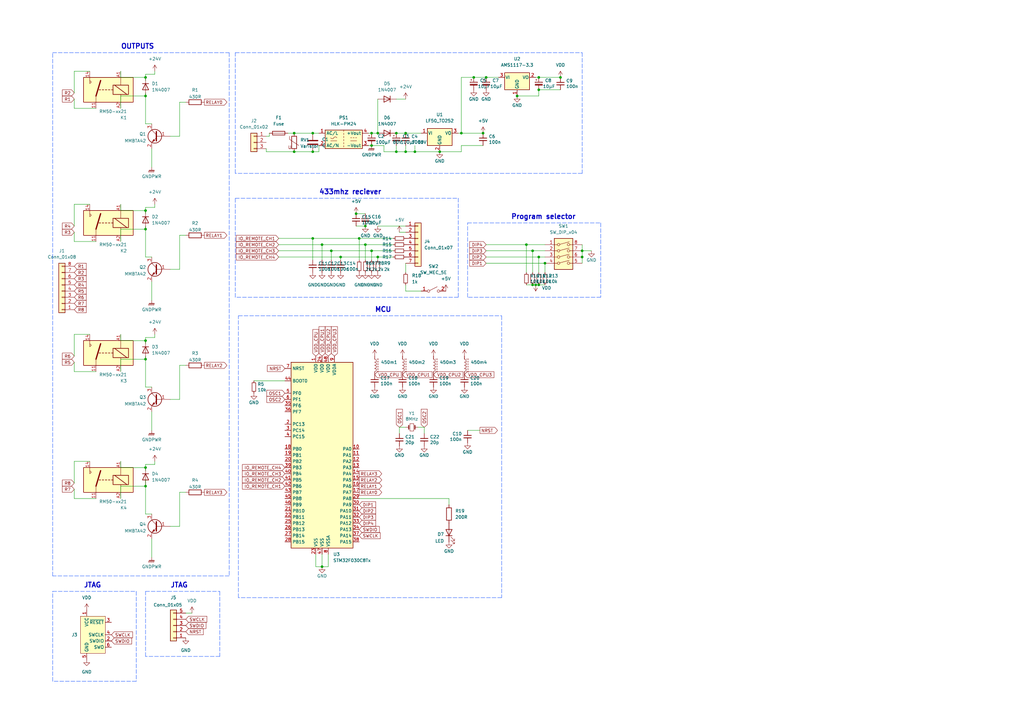
<source format=kicad_sch>
(kicad_sch (version 20211123) (generator eeschema)
  (paper "A3")
  (junction (at 162.56 62.23))
  (junction (at 170.18 62.23))
  (junction (at 162.56 54.61))
  (junction (at 128.27 62.23))
  (junction (at 59.69 86.36))
  (junction (at 180.34 62.23))
  (junction (at 149.86 100.33))
  (junction (at 59.69 31.75))
  (junction (at 59.69 139.7))
  (junction (at 229.87 31.75))
  (junction (at 220.98 36.83))
  (junction (at 238.76 105.41))
  (junction (at 189.23 54.61))
  (junction (at 128.27 54.61))
  (junction (at 166.37 54.61))
  (junction (at 139.7 105.41))
  (junction (at 59.69 93.98))
  (junction (at 120.65 54.61))
  (junction (at 132.08 100.33))
  (junction (at 152.4 102.87))
  (junction (at 120.65 62.23))
  (junction (at 194.31 31.75))
  (junction (at 220.98 31.75))
  (junction (at 135.89 102.87))
  (junction (at 215.9 100.33))
  (junction (at 132.08 232.41))
  (junction (at 154.94 54.61))
  (junction (at 152.4 54.61))
  (junction (at 59.69 147.32))
  (junction (at 220.98 105.41))
  (junction (at 220.98 116.84))
  (junction (at 59.69 199.39))
  (junction (at 149.86 92.71))
  (junction (at 218.44 102.87))
  (junction (at 198.12 54.61))
  (junction (at 223.52 107.95))
  (junction (at 146.05 87.63))
  (junction (at 59.69 39.37))
  (junction (at 154.94 105.41))
  (junction (at 59.69 191.77))
  (junction (at 152.4 59.69))
  (junction (at 128.27 97.79))
  (junction (at 147.32 97.79))
  (junction (at 219.71 116.84))
  (junction (at 199.39 31.75))
  (junction (at 238.76 102.87))
  (junction (at 212.09 39.37))
  (junction (at 166.37 62.23))
  (junction (at 218.44 116.84))
  (wire (pts (xy 59.69 242.57) (xy 90.17 242.57)) (stroke (width 0) (type dash) (color 0 66 255 1)))
  (wire (pts (xy 62.23 158.75) (xy 59.69 158.75)))
  (wire (pts (xy 30.48 189.23) (xy 30.48 198.12)))
  (wire (pts (xy 62.23 105.41) (xy 59.69 105.41)))
  (wire (pts (xy 132.08 100.33) (xy 149.86 100.33)))
  (wire (pts (xy 21.59 242.57) (xy 55.88 242.57)) (stroke (width 0) (type dash) (color 0 66 255 1)))
  (wire (pts (xy 59.69 199.39) (xy 49.53 199.39)))
  (wire (pts (xy 128.27 54.61) (xy 130.81 54.61)))
  (wire (pts (xy 59.69 31.75) (xy 59.69 33.02)))
  (wire (pts (xy 36.83 29.21) (xy 30.48 29.21)))
  (wire (pts (xy 63.5 190.5) (xy 59.69 190.5)))
  (wire (pts (xy 55.88 242.57) (xy 55.88 279.4)) (stroke (width 0) (type dash) (color 0 66 255 1)))
  (wire (pts (xy 63.5 138.43) (xy 59.69 138.43)))
  (wire (pts (xy 114.3 102.87) (xy 135.89 102.87)))
  (wire (pts (xy 49.53 86.36) (xy 49.53 83.82)))
  (wire (pts (xy 30.48 83.82) (xy 30.48 92.71)))
  (wire (pts (xy 146.05 92.71) (xy 149.86 92.71)))
  (wire (pts (xy 36.83 137.16) (xy 30.48 137.16)))
  (wire (pts (xy 39.37 44.45) (xy 30.48 44.45)))
  (wire (pts (xy 114.3 100.33) (xy 132.08 100.33)))
  (wire (pts (xy 49.53 31.75) (xy 49.53 29.21)))
  (wire (pts (xy 76.2 251.46) (xy 78.74 251.46)))
  (wire (pts (xy 96.52 71.12) (xy 96.52 21.59)) (stroke (width 0) (type dash) (color 0 66 255 1)))
  (wire (pts (xy 49.53 147.32) (xy 49.53 152.4)))
  (wire (pts (xy 152.4 54.61) (xy 154.94 54.61)))
  (wire (pts (xy 223.52 107.95) (xy 223.52 111.76)))
  (wire (pts (xy 76.2 41.91) (xy 73.66 41.91)))
  (wire (pts (xy 147.32 204.47) (xy 184.15 204.47)))
  (wire (pts (xy 196.85 176.53) (xy 191.77 176.53)))
  (wire (pts (xy 69.85 163.83) (xy 73.66 163.83)))
  (wire (pts (xy 30.48 137.16) (xy 30.48 146.05)))
  (wire (pts (xy 166.37 111.76) (xy 166.37 107.95)))
  (wire (pts (xy 246.38 121.92) (xy 191.77 121.92)) (stroke (width 0) (type dash) (color 0 66 255 1)))
  (wire (pts (xy 171.45 175.26) (xy 173.99 175.26)))
  (wire (pts (xy 246.38 91.44) (xy 246.38 121.92)) (stroke (width 0) (type dash) (color 0 66 255 1)))
  (wire (pts (xy 49.53 93.98) (xy 49.53 99.06)))
  (wire (pts (xy 163.83 177.8) (xy 163.83 175.26)))
  (wire (pts (xy 218.44 116.84) (xy 215.9 116.84)))
  (wire (pts (xy 199.39 102.87) (xy 218.44 102.87)))
  (wire (pts (xy 135.89 102.87) (xy 152.4 102.87)))
  (wire (pts (xy 215.9 100.33) (xy 215.9 111.76)))
  (wire (pts (xy 62.23 168.91) (xy 62.23 176.53)))
  (wire (pts (xy 157.48 59.69) (xy 157.48 62.23)))
  (wire (pts (xy 73.66 163.83) (xy 73.66 149.86)))
  (wire (pts (xy 59.69 85.09) (xy 59.69 86.36)))
  (wire (pts (xy 104.14 156.21) (xy 116.84 156.21)))
  (wire (pts (xy 220.98 105.41) (xy 223.52 105.41)))
  (wire (pts (xy 62.23 210.82) (xy 59.69 210.82)))
  (wire (pts (xy 199.39 105.41) (xy 220.98 105.41)))
  (wire (pts (xy 147.32 97.79) (xy 147.32 106.68)))
  (wire (pts (xy 238.76 71.12) (xy 96.52 71.12)) (stroke (width 0) (type dash) (color 0 66 255 1)))
  (wire (pts (xy 191.77 91.44) (xy 246.38 91.44)) (stroke (width 0) (type dash) (color 0 66 255 1)))
  (wire (pts (xy 189.23 59.69) (xy 198.12 59.69)))
  (wire (pts (xy 163.83 175.26) (xy 166.37 175.26)))
  (wire (pts (xy 73.66 215.9) (xy 73.66 201.93)))
  (wire (pts (xy 147.32 97.79) (xy 161.29 97.79)))
  (wire (pts (xy 90.17 242.57) (xy 90.17 269.24)) (stroke (width 0) (type dash) (color 0 66 255 1)))
  (wire (pts (xy 59.69 39.37) (xy 59.69 50.8)))
  (wire (pts (xy 135.89 102.87) (xy 135.89 106.68)))
  (wire (pts (xy 139.7 105.41) (xy 154.94 105.41)))
  (wire (pts (xy 59.69 93.98) (xy 59.69 105.41)))
  (wire (pts (xy 21.59 21.59) (xy 93.98 21.59)) (stroke (width 0) (type dash) (color 0 66 255 1)))
  (wire (pts (xy 189.23 31.75) (xy 194.31 31.75)))
  (wire (pts (xy 199.39 100.33) (xy 215.9 100.33)))
  (wire (pts (xy 219.71 116.84) (xy 220.98 116.84)))
  (wire (pts (xy 166.37 116.84) (xy 166.37 119.38)))
  (wire (pts (xy 59.69 199.39) (xy 59.69 210.82)))
  (wire (pts (xy 120.65 54.61) (xy 118.11 54.61)))
  (wire (pts (xy 187.96 54.61) (xy 189.23 54.61)))
  (wire (pts (xy 166.37 62.23) (xy 170.18 62.23)))
  (wire (pts (xy 139.7 105.41) (xy 139.7 106.68)))
  (wire (pts (xy 154.94 105.41) (xy 154.94 106.68)))
  (wire (pts (xy 55.88 279.4) (xy 21.59 279.4)) (stroke (width 0) (type dash) (color 0 66 255 1)))
  (wire (pts (xy 191.77 121.92) (xy 191.77 91.44)) (stroke (width 0) (type dash) (color 0 66 255 1)))
  (wire (pts (xy 223.52 116.84) (xy 220.98 116.84)))
  (wire (pts (xy 30.48 29.21) (xy 30.48 38.1)))
  (wire (pts (xy 36.83 189.23) (xy 30.48 189.23)))
  (wire (pts (xy 220.98 31.75) (xy 229.87 31.75)))
  (wire (pts (xy 59.69 39.37) (xy 49.53 39.37)))
  (wire (pts (xy 132.08 232.41) (xy 134.62 232.41)))
  (wire (pts (xy 59.69 190.5) (xy 59.69 191.77)))
  (wire (pts (xy 128.27 62.23) (xy 130.81 62.23)))
  (wire (pts (xy 166.37 119.38) (xy 172.72 119.38)))
  (wire (pts (xy 238.76 21.59) (xy 238.76 71.12)) (stroke (width 0) (type dash) (color 0 66 255 1)))
  (wire (pts (xy 49.53 39.37) (xy 49.53 44.45)))
  (wire (pts (xy 59.69 191.77) (xy 49.53 191.77)))
  (wire (pts (xy 151.13 59.69) (xy 152.4 59.69)))
  (wire (pts (xy 152.4 102.87) (xy 161.29 102.87)))
  (wire (pts (xy 59.69 139.7) (xy 49.53 139.7)))
  (wire (pts (xy 154.94 40.64) (xy 154.94 54.61)))
  (wire (pts (xy 238.76 105.41) (xy 238.76 107.95)))
  (wire (pts (xy 69.85 55.88) (xy 73.66 55.88)))
  (wire (pts (xy 162.56 54.61) (xy 166.37 54.61)))
  (wire (pts (xy 114.3 97.79) (xy 128.27 97.79)))
  (wire (pts (xy 154.94 105.41) (xy 161.29 105.41)))
  (wire (pts (xy 59.69 38.1) (xy 59.69 39.37)))
  (wire (pts (xy 59.69 138.43) (xy 59.69 139.7)))
  (wire (pts (xy 219.71 31.75) (xy 220.98 31.75)))
  (wire (pts (xy 30.48 204.47) (xy 30.48 200.66)))
  (wire (pts (xy 218.44 102.87) (xy 218.44 111.76)))
  (wire (pts (xy 97.79 129.54) (xy 205.74 129.54)) (stroke (width 0) (type dash) (color 0 66 255 1)))
  (wire (pts (xy 63.5 85.09) (xy 59.69 85.09)))
  (wire (pts (xy 97.79 245.11) (xy 97.79 129.54)) (stroke (width 0) (type dash) (color 0 66 255 1)))
  (wire (pts (xy 154.94 92.71) (xy 166.37 92.71)))
  (wire (pts (xy 93.98 21.59) (xy 93.98 236.22)) (stroke (width 0) (type dash) (color 0 66 255 1)))
  (wire (pts (xy 129.54 232.41) (xy 132.08 232.41)))
  (wire (pts (xy 69.85 110.49) (xy 73.66 110.49)))
  (wire (pts (xy 30.48 99.06) (xy 30.48 95.25)))
  (wire (pts (xy 63.5 83.82) (xy 63.5 85.09)))
  (wire (pts (xy 187.96 81.28) (xy 187.96 121.92)) (stroke (width 0) (type dash) (color 0 66 255 1)))
  (wire (pts (xy 73.66 55.88) (xy 73.66 41.91)))
  (wire (pts (xy 30.48 152.4) (xy 30.48 148.59)))
  (wire (pts (xy 120.65 54.61) (xy 128.27 54.61)))
  (wire (pts (xy 63.5 29.21) (xy 63.5 30.48)))
  (wire (pts (xy 205.74 129.54) (xy 205.74 245.11)) (stroke (width 0) (type dash) (color 0 66 255 1)))
  (wire (pts (xy 93.98 236.22) (xy 21.59 236.22)) (stroke (width 0) (type dash) (color 0 66 255 1)))
  (wire (pts (xy 21.59 279.4) (xy 21.59 242.57)) (stroke (width 0) (type dash) (color 0 66 255 1)))
  (wire (pts (xy 220.98 39.37) (xy 220.98 36.83)))
  (wire (pts (xy 21.59 236.22) (xy 21.59 21.59)) (stroke (width 0) (type dash) (color 0 66 255 1)))
  (wire (pts (xy 162.56 40.64) (xy 166.37 40.64)))
  (wire (pts (xy 62.23 220.98) (xy 62.23 228.6)))
  (wire (pts (xy 36.83 83.82) (xy 30.48 83.82)))
  (wire (pts (xy 189.23 62.23) (xy 189.23 59.69)))
  (wire (pts (xy 120.65 62.23) (xy 128.27 62.23)))
  (wire (pts (xy 187.96 121.92) (xy 96.52 121.92)) (stroke (width 0) (type dash) (color 0 66 255 1)))
  (wire (pts (xy 238.76 102.87) (xy 238.76 105.41)))
  (wire (pts (xy 96.52 121.92) (xy 96.52 81.28)) (stroke (width 0) (type dash) (color 0 66 255 1)))
  (wire (pts (xy 110.49 55.88) (xy 110.49 54.61)))
  (wire (pts (xy 109.22 62.23) (xy 120.65 62.23)))
  (wire (pts (xy 130.81 62.23) (xy 130.81 59.69)))
  (wire (pts (xy 69.85 215.9) (xy 73.66 215.9)))
  (wire (pts (xy 76.2 149.86) (xy 73.66 149.86)))
  (wire (pts (xy 152.4 102.87) (xy 152.4 106.68)))
  (wire (pts (xy 134.62 227.33) (xy 134.62 232.41)))
  (wire (pts (xy 59.69 146.05) (xy 59.69 147.32)))
  (wire (pts (xy 62.23 60.96) (xy 62.23 68.58)))
  (wire (pts (xy 212.09 39.37) (xy 220.98 39.37)))
  (wire (pts (xy 39.37 99.06) (xy 30.48 99.06)))
  (wire (pts (xy 218.44 102.87) (xy 223.52 102.87)))
  (wire (pts (xy 62.23 50.8) (xy 59.69 50.8)))
  (wire (pts (xy 152.4 59.69) (xy 157.48 59.69)))
  (wire (pts (xy 59.69 86.36) (xy 49.53 86.36)))
  (wire (pts (xy 132.08 106.68) (xy 132.08 100.33)))
  (wire (pts (xy 62.23 115.57) (xy 62.23 123.19)))
  (wire (pts (xy 162.56 62.23) (xy 166.37 62.23)))
  (wire (pts (xy 170.18 59.69) (xy 170.18 62.23)))
  (wire (pts (xy 59.69 147.32) (xy 49.53 147.32)))
  (wire (pts (xy 59.69 86.36) (xy 59.69 87.63)))
  (wire (pts (xy 163.7842 95.25) (xy 166.37 95.25)))
  (wire (pts (xy 59.69 93.98) (xy 49.53 93.98)))
  (wire (pts (xy 109.22 55.88) (xy 110.49 55.88)))
  (wire (pts (xy 63.5 30.48) (xy 59.69 30.48)))
  (wire (pts (xy 238.76 100.33) (xy 238.76 102.87)))
  (wire (pts (xy 96.52 81.28) (xy 187.96 81.28)) (stroke (width 0) (type dash) (color 0 66 255 1)))
  (wire (pts (xy 128.27 97.79) (xy 128.27 106.68)))
  (wire (pts (xy 109.22 62.23) (xy 109.22 60.96)))
  (wire (pts (xy 129.54 227.33) (xy 129.54 232.41)))
  (wire (pts (xy 173.99 177.8) (xy 173.99 175.26)))
  (wire (pts (xy 59.69 191.77) (xy 59.69 193.04)))
  (wire (pts (xy 76.2 201.93) (xy 73.66 201.93)))
  (wire (pts (xy 189.23 54.61) (xy 198.12 54.61)))
  (wire (pts (xy 128.27 97.79) (xy 147.32 97.79)))
  (wire (pts (xy 149.86 100.33) (xy 161.29 100.33)))
  (wire (pts (xy 205.74 245.11) (xy 97.79 245.11)) (stroke (width 0) (type dash) (color 0 66 255 1)))
  (wire (pts (xy 151.13 54.61) (xy 152.4 54.61)))
  (wire (pts (xy 59.69 31.75) (xy 49.53 31.75)))
  (wire (pts (xy 59.69 196.85) (xy 59.69 199.39)))
  (wire (pts (xy 238.76 102.87) (xy 242.57 102.87)))
  (wire (pts (xy 63.5 137.16) (xy 63.5 138.43)))
  (wire (pts (xy 90.17 269.24) (xy 59.69 269.24)) (stroke (width 0) (type dash) (color 0 66 255 1)))
  (wire (pts (xy 114.3 105.41) (xy 139.7 105.41)))
  (wire (pts (xy 59.69 30.48) (xy 59.69 31.75)))
  (wire (pts (xy 39.37 152.4) (xy 30.48 152.4)))
  (wire (pts (xy 180.34 62.23) (xy 189.23 62.23)))
  (wire (pts (xy 149.86 100.33) (xy 149.86 106.68)))
  (wire (pts (xy 59.69 139.7) (xy 59.69 140.97)))
  (wire (pts (xy 132.08 227.33) (xy 132.08 232.41)))
  (wire (pts (xy 166.37 59.69) (xy 166.37 62.23)))
  (wire (pts (xy 184.15 204.47) (xy 184.15 207.01)))
  (wire (pts (xy 59.69 147.32) (xy 59.69 158.75)))
  (wire (pts (xy 218.44 116.84) (xy 219.71 116.84)))
  (wire (pts (xy 189.23 31.75) (xy 189.23 54.61)))
  (wire (pts (xy 59.69 269.24) (xy 59.69 242.57)) (stroke (width 0) (type dash) (color 0 66 255 1)))
  (wire (pts (xy 30.48 44.45) (xy 30.48 40.64)))
  (wire (pts (xy 63.5 189.23) (xy 63.5 190.5)))
  (wire (pts (xy 49.53 199.39) (xy 49.53 204.47)))
  (wire (pts (xy 194.31 31.75) (xy 199.39 31.75)))
  (wire (pts (xy 162.56 59.69) (xy 162.56 62.23)))
  (wire (pts (xy 157.48 62.23) (xy 162.56 62.23)))
  (wire (pts (xy 59.69 92.71) (xy 59.69 93.98)))
  (wire (pts (xy 96.52 21.59) (xy 238.76 21.59)) (stroke (width 0) (type dash) (color 0 66 255 1)))
  (wire (pts (xy 76.2 96.52) (xy 73.66 96.52)))
  (wire (pts (xy 49.53 139.7) (xy 49.53 137.16)))
  (wire (pts (xy 49.53 191.77) (xy 49.53 189.23)))
  (wire (pts (xy 199.39 107.95) (xy 223.52 107.95)))
  (wire (pts (xy 39.37 204.47) (xy 30.48 204.47)))
  (wire (pts (xy 146.05 87.63) (xy 149.86 87.63)))
  (wire (pts (xy 220.98 36.83) (xy 229.87 36.83)))
  (wire (pts (xy 73.66 110.49) (xy 73.66 96.52)))
  (wire (pts (xy 166.37 54.61) (xy 172.72 54.61)))
  (wire (pts (xy 199.39 31.75) (xy 204.47 31.75)))
  (wire (pts (xy 215.9 100.33) (xy 223.52 100.33)))
  (wire (pts (xy 220.98 105.41) (xy 220.98 111.76)))
  (wire (pts (xy 170.18 62.23) (xy 180.34 62.23)))
  (text "433mhz reciever\n" (at 130.81 80.01 0) (effects (font (size 2.0066 2.0066) (thickness 0.4013) bold) (justify left bottom)))
  (text "JTAG" (at 34.29 241.3 0) (effects (font (size 2.0066 2.0066) (thickness 0.4013) bold) (justify left bottom)))
  (text "Program selector\n" (at 209.55 90.17 0) (effects (font (size 2.0066 2.0066) (thickness 0.4013) bold) (justify left bottom)))
  (text "OUTPUTS" (at 49.53 20.32 0) (effects (font (size 2.0066 2.0066) (thickness 0.4013) bold) (justify left bottom)))
  (text "MCU\n" (at 153.67 128.27 0) (effects (font (size 2.0066 2.0066) (thickness 0.4013) bold) (justify left bottom)))
  (text "JTAG" (at 69.85 241.3 0) (effects (font (size 2.0066 2.0066) (thickness 0.4013) bold) (justify left bottom)))
  (global_label "IO_REMOTE_CH4" (shape input) (at 116.84 191.77 180) (property "Intersheet References" "${INTERSHEET_REFS}" (effects hide)))
  (global_label "VDD_CPU2" (shape input) (at 177.8 153.67 0) (property "Intersheet References" "${INTERSHEET_REFS}" (effects hide)))
  (global_label "R1" (shape input) (at 30.48 109.22 0) (property "Intersheet References" "${INTERSHEET_REFS}" (effects hide)))
  (global_label "NRST" (shape input) (at 116.84 151.13 180) (property "Intersheet References" "${INTERSHEET_REFS}" (effects hide)))
  (global_label "RELAY3" (shape output) (at 147.32 194.31 0) (property "Intersheet References" "${INTERSHEET_REFS}" (effects hide)))
  (global_label "R6" (shape input) (at 30.48 121.92 0) (property "Intersheet References" "${INTERSHEET_REFS}" (effects hide)))
  (global_label "SWCLK" (shape input) (at 76.2 254 0) (property "Intersheet References" "${INTERSHEET_REFS}" (effects hide)))
  (global_label "IO_REMOTE_CH4" (shape input) (at 114.3 105.41 180) (property "Intersheet References" "${INTERSHEET_REFS}" (effects hide)))
  (global_label "RELAY0" (shape output) (at 83.82 41.91 0) (property "Intersheet References" "${INTERSHEET_REFS}" (effects hide)))
  (global_label "R2" (shape input) (at 30.48 38.1 180) (property "Intersheet References" "${INTERSHEET_REFS}" (effects hide)))
  (global_label "RELAY1" (shape output) (at 147.32 199.39 0) (property "Intersheet References" "${INTERSHEET_REFS}" (effects hide)))
  (global_label "DIP1" (shape input) (at 147.32 207.01 0) (property "Intersheet References" "${INTERSHEET_REFS}" (effects hide)))
  (global_label "SWCLK" (shape input) (at 45.72 260.35 0) (property "Intersheet References" "${INTERSHEET_REFS}" (effects hide)))
  (global_label "RELAY2" (shape output) (at 147.32 196.85 0) (property "Intersheet References" "${INTERSHEET_REFS}" (effects hide)))
  (global_label "RELAY2" (shape output) (at 83.82 149.86 0) (property "Intersheet References" "${INTERSHEET_REFS}" (effects hide)))
  (global_label "R5" (shape input) (at 30.48 119.38 0) (property "Intersheet References" "${INTERSHEET_REFS}" (effects hide)))
  (global_label "DIP2" (shape input) (at 199.39 105.41 180) (property "Intersheet References" "${INTERSHEET_REFS}" (effects hide)))
  (global_label "R4" (shape input) (at 30.48 92.71 180) (property "Intersheet References" "${INTERSHEET_REFS}" (effects hide)))
  (global_label "DIP3" (shape input) (at 147.32 212.09 0) (property "Intersheet References" "${INTERSHEET_REFS}" (effects hide)))
  (global_label "R8" (shape input) (at 30.48 127 0) (property "Intersheet References" "${INTERSHEET_REFS}" (effects hide)))
  (global_label "OSC2" (shape input) (at 116.84 163.83 180) (property "Intersheet References" "${INTERSHEET_REFS}" (effects hide)))
  (global_label "R7" (shape input) (at 30.48 124.46 0) (property "Intersheet References" "${INTERSHEET_REFS}" (effects hide)))
  (global_label "IO_REMOTE_CH3" (shape input) (at 116.84 194.31 180) (property "Intersheet References" "${INTERSHEET_REFS}" (effects hide)))
  (global_label "OSC2" (shape input) (at 173.99 175.26 90) (property "Intersheet References" "${INTERSHEET_REFS}" (effects hide)))
  (global_label "R1" (shape input) (at 30.48 40.64 180) (property "Intersheet References" "${INTERSHEET_REFS}" (effects hide)))
  (global_label "OSC1" (shape input) (at 116.84 161.29 180) (property "Intersheet References" "${INTERSHEET_REFS}" (effects hide)))
  (global_label "DIP1" (shape input) (at 199.39 107.95 180) (property "Intersheet References" "${INTERSHEET_REFS}" (effects hide)))
  (global_label "NRST" (shape input) (at 76.2 259.08 0) (property "Intersheet References" "${INTERSHEET_REFS}" (effects hide)))
  (global_label "R7" (shape input) (at 30.48 200.66 180) (property "Intersheet References" "${INTERSHEET_REFS}" (effects hide)))
  (global_label "RELAY1" (shape output) (at 83.82 96.52 0) (property "Intersheet References" "${INTERSHEET_REFS}" (effects hide)))
  (global_label "R4" (shape input) (at 30.48 116.84 0) (property "Intersheet References" "${INTERSHEET_REFS}" (effects hide)))
  (global_label "R6" (shape input) (at 30.48 146.05 180) (property "Intersheet References" "${INTERSHEET_REFS}" (effects hide)))
  (global_label "SWDIO" (shape input) (at 147.32 217.17 0) (property "Intersheet References" "${INTERSHEET_REFS}" (effects hide)))
  (global_label "VDD_CPU1" (shape input) (at 132.08 146.05 90) (property "Intersheet References" "${INTERSHEET_REFS}" (effects hide)))
  (global_label "RELAY0" (shape output) (at 147.32 201.93 0) (property "Intersheet References" "${INTERSHEET_REFS}" (effects hide)))
  (global_label "NRST" (shape output) (at 196.85 176.53 0) (property "Intersheet References" "${INTERSHEET_REFS}" (effects hide)))
  (global_label "VDD_CPU1" (shape input) (at 165.1 153.67 0) (property "Intersheet References" "${INTERSHEET_REFS}" (effects hide)))
  (global_label "VDD_CPU3" (shape input) (at 190.5 153.67 0) (property "Intersheet References" "${INTERSHEET_REFS}" (effects hide)))
  (global_label "SWDIO" (shape input) (at 76.2 256.54 0) (property "Intersheet References" "${INTERSHEET_REFS}" (effects hide)))
  (global_label "IO_REMOTE_CH2" (shape input) (at 114.3 100.33 180) (property "Intersheet References" "${INTERSHEET_REFS}" (effects hide)))
  (global_label "VDD_CPU3" (shape input) (at 137.16 146.05 90) (property "Intersheet References" "${INTERSHEET_REFS}" (effects hide)))
  (global_label "DIP4" (shape input) (at 147.32 214.63 0) (property "Intersheet References" "${INTERSHEET_REFS}" (effects hide)))
  (global_label "R8" (shape input) (at 30.48 198.12 180) (property "Intersheet References" "${INTERSHEET_REFS}" (effects hide)))
  (global_label "IO_REMOTE_CH1" (shape input) (at 114.3 97.79 180) (property "Intersheet References" "${INTERSHEET_REFS}" (effects hide)))
  (global_label "IO_REMOTE_CH2" (shape input) (at 116.84 196.85 180) (property "Intersheet References" "${INTERSHEET_REFS}" (effects hide)))
  (global_label "IO_REMOTE_CH1" (shape input) (at 116.84 199.39 180) (property "Intersheet References" "${INTERSHEET_REFS}" (effects hide)))
  (global_label "DIP3" (shape input) (at 199.39 102.87 180) (property "Intersheet References" "${INTERSHEET_REFS}" (effects hide)))
  (global_label "OSC1" (shape input) (at 163.83 175.26 90) (property "Intersheet References" "${INTERSHEET_REFS}" (effects hide)))
  (global_label "DIP2" (shape input) (at 147.32 209.55 0) (property "Intersheet References" "${INTERSHEET_REFS}" (effects hide)))
  (global_label "VDD_CPU2" (shape input) (at 134.62 146.05 90) (property "Intersheet References" "${INTERSHEET_REFS}" (effects hide)))
  (global_label "RELAY3" (shape output) (at 83.82 201.93 0) (property "Intersheet References" "${INTERSHEET_REFS}" (effects hide)))
  (global_label "R3" (shape input) (at 30.48 114.3 0) (property "Intersheet References" "${INTERSHEET_REFS}" (effects hide)))
  (global_label "IO_REMOTE_CH3" (shape input) (at 114.3 102.87 180) (property "Intersheet References" "${INTERSHEET_REFS}" (effects hide)))
  (global_label "VDD_CPU" (shape input) (at 129.54 146.05 90) (property "Intersheet References" "${INTERSHEET_REFS}" (effects hide)))
  (global_label "SWDIO" (shape input) (at 45.72 262.89 0) (property "Intersheet References" "${INTERSHEET_REFS}" (effects hide)))
  (global_label "VDD_CPU" (shape input) (at 153.67 153.67 0) (property "Intersheet References" "${INTERSHEET_REFS}" (effects hide)))
  (global_label "R3" (shape input) (at 30.48 95.25 180) (property "Intersheet References" "${INTERSHEET_REFS}" (effects hide)))
  (global_label "R2" (shape input) (at 30.48 111.76 0) (property "Intersheet References" "${INTERSHEET_REFS}" (effects hide)))
  (global_label "SWCLK" (shape input) (at 147.32 219.71 0) (property "Intersheet References" "${INTERSHEET_REFS}" (effects hide)))
  (global_label "DIP4" (shape input) (at 199.39 100.33 180) (property "Intersheet References" "${INTERSHEET_REFS}" (effects hide)))
  (global_label "R5" (shape input) (at 30.48 148.59 180) (property "Intersheet References" "${INTERSHEET_REFS}" (effects hide)))
  (symbol (lib_id "power:+24V") (at 63.5 189.23 0) (unit 1)
    (property "Reference" "#PWR08" (effects hide))
    (property "Value" "+24V" (at 63.5 184.15 0))
  )
  (symbol (lib_id "Relay:RM50-xx21") (at 44.45 91.44 0) (mirror y) (unit 1)
    (property "Reference" "K2" (at 52.07 102.87 0) (effects (justify left)))
    (property "Value" "RM50-xx21" (at 52.07 100.33 0) (effects (justify left)))
    (property "Footprint" "Relay_THT:Relay_SPST_Finder_32.21-x300" (effects hide))
    (property "Datasheet" "http://www.relpol.pl/en/content/download/13683/165953/file/e_RM50.pdf" (effects hide))
    (property "LCSC" "C89311" (effects hide))
  )
  (symbol (lib_id "power:GNDPWR") (at 62.23 123.19 0) (unit 1)
    (property "Reference" "#PWR02" (effects hide))
    (property "Value" "GNDPWR" (at 62.23 127 0))
  )
  (symbol (lib_id "power:VDD") (at 78.74 251.46 0) (unit 1)
    (property "Reference" "#PWR048" (effects hide))
    (property "Value" "VDD" (at 78.74 246.38 0))
  )
  (symbol (lib_id "power:GND") (at 177.8 158.75 0) (unit 1)
    (property "Reference" "#PWR043" (effects hide))
    (property "Value" "GND" (at 177.8 162.56 0))
  )
  (symbol (lib_id "Device:C_Small") (at 128.27 109.22 0) (unit 1)
    (property "Reference" "C11" (at 130.6068 108.0516 0) (effects (justify left)))
    (property "Value" "100n" (at 130.6068 110.363 0) (effects (justify left)))
    (property "Footprint" "Capacitor_SMD:C_0402_1005Metric" (effects hide))
    (property "LCSC Part #" "C1525" (effects hide))
  )
  (symbol (lib_id "power:GND") (at 163.83 182.88 0) (unit 1)
    (property "Reference" "#PWR047" (effects hide))
    (property "Value" "GND" (at 163.83 186.69 0))
  )
  (symbol (lib_id "Regulator_Linear:AMS1117-3.3") (at 212.09 31.75 0) (unit 1)
    (property "Reference" "U2" (at 212.09 24.13 0))
    (property "Value" "AMS1117-3.3" (at 212.09 26.67 0))
    (property "Footprint" "Package_TO_SOT_SMD:SOT-223-3_TabPin2" (effects hide))
    (property "Datasheet" "http://www.advanced-monolithic.com/pdf/ds1117.pdf" (effects hide))
    (property "LCSC" "C6186" (effects hide))
  )
  (symbol (lib_id "Device:C_Small") (at 177.8 156.21 0) (unit 1)
    (property "Reference" "C19" (at 180.1368 155.0416 0) (effects (justify left)))
    (property "Value" "100n" (at 180.1368 157.353 0) (effects (justify left)))
    (property "Footprint" "Capacitor_SMD:C_0402_1005Metric" (effects hide))
    (property "LCSC Part #" "C1525" (effects hide))
  )
  (symbol (lib_id "Device:C_Small") (at 132.08 109.22 0) (unit 1)
    (property "Reference" "C12" (at 134.4168 108.0516 0) (effects (justify left)))
    (property "Value" "100n" (at 134.4168 110.363 0) (effects (justify left)))
    (property "Footprint" "Capacitor_SMD:C_0402_1005Metric" (effects hide))
    (property "LCSC Part #" "C1525" (effects hide))
  )
  (symbol (lib_id "Relay:RM50-xx21") (at 44.45 196.85 0) (mirror y) (unit 1)
    (property "Reference" "K4" (at 52.07 208.28 0) (effects (justify left)))
    (property "Value" "RM50-xx21" (at 52.07 205.74 0) (effects (justify left)))
    (property "Footprint" "Relay_THT:Relay_SPST_Finder_32.21-x300" (effects hide))
    (property "Datasheet" "http://www.relpol.pl/en/content/download/13683/165953/file/e_RM50.pdf" (effects hide))
    (property "LCSC" "C89311" (effects hide))
  )
  (symbol (lib_id "Switch:SW_DIP_x04") (at 231.14 105.41 0) (unit 1)
    (property "Reference" "SW1" (at 231.14 92.71 0))
    (property "Value" "SW_DIP_x04" (at 231.14 95.25 0))
    (property "Footprint" "Package_DIP:DIP-8_W8.89mm_SMDSocket_LongPads" (effects hide))
    (property "LCSC" "C976366" (effects hide))
  )
  (symbol (lib_id "power:GNDPWR") (at 152.4 59.69 0) (unit 1)
    (property "Reference" "#PWR09" (effects hide))
    (property "Value" "GNDPWR" (at 152.4 63.5 0))
  )
  (symbol (lib_id "power:GND") (at 153.67 158.75 0) (unit 1)
    (property "Reference" "#PWR038" (effects hide))
    (property "Value" "GND" (at 153.67 162.56 0))
  )
  (symbol (lib_id "power:VDD") (at 165.1 146.05 0) (unit 1)
    (property "Reference" "#PWR040" (effects hide))
    (property "Value" "VDD" (at 165.1 140.97 0))
  )
  (symbol (lib_id "Device:R_Small") (at 154.94 109.22 180) (unit 1)
    (property "Reference" "R9" (at 157.48 107.9499 0) (effects (justify right)))
    (property "Value" "2k" (at 157.48 110.4899 0) (effects (justify right)))
    (property "Footprint" "Resistor_SMD:R_0402_1005Metric" (effects hide))
    (property "LCSC" "C4109" (effects hide))
  )
  (symbol (lib_id "power:GND") (at 152.4 111.76 0) (unit 1)
    (property "Reference" "#PWR028" (effects hide))
    (property "Value" "GND" (at 152.4 116.84 0))
  )
  (symbol (lib_id "Connector_Generic:Conn_01x03") (at 104.14 58.42 0) (mirror y) (unit 1)
    (property "Reference" "J2" (at 104.14 49.53 0))
    (property "Value" "Conn_01x02" (at 104.14 52.07 0))
    (property "Footprint" "TerminalBlock_Phoenix:TerminalBlock_Phoenix_PT-1,5-3-5.0-H_1x03_P5.00mm_Horizontal" (effects hide))
    (property "LCSC" "C484209" (effects hide))
  )
  (symbol (lib_id "power:VDD") (at 190.5 146.05 0) (unit 1)
    (property "Reference" "#PWR045" (effects hide))
    (property "Value" "VDD" (at 190.5 140.97 0))
  )
  (symbol (lib_id "Device:R_Small") (at 163.83 102.87 90) (unit 1)
    (property "Reference" "R16" (at 158.75 102.87 90))
    (property "Value" "1k" (effects hide))
    (property "Footprint" "Resistor_SMD:R_0402_1005Metric" (effects hide))
    (property "LCSC" "C11702" (effects hide))
  )
  (symbol (lib_id "power:VDD") (at 35.56 250.19 0) (unit 1)
    (property "Reference" "#PWR033" (effects hide))
    (property "Value" "VDD" (at 35.56 245.11 0))
  )
  (symbol (lib_id "Device:C_Small") (at 165.1 156.21 0) (unit 1)
    (property "Reference" "C18" (at 167.4368 155.0416 0) (effects (justify left)))
    (property "Value" "100n" (at 167.4368 157.353 0) (effects (justify left)))
    (property "Footprint" "Capacitor_SMD:C_0402_1005Metric" (effects hide))
    (property "LCSC Part #" "C1525" (effects hide))
  )
  (symbol (lib_id "Device:C_Polarized_Small") (at 149.86 90.17 0) (unit 1)
    (property "Reference" "C16" (at 152.4 88.9 0) (effects (justify left)))
    (property "Value" "10µF" (at 151.5113 91.3312 0) (effects (justify left)))
    (property "Footprint" "Capacitor_Tantalum_SMD:CP_EIA-3216-10_Kemet-I" (effects hide))
    (property "LCSC" "C7171" (effects hide))
  )
  (symbol (lib_id "Device:C") (at 128.27 58.42 0) (unit 1)
    (property "Reference" "C1" (at 132.08 57.1499 0) (effects (justify left)))
    (property "Value" "C" (at 132.08 59.6899 0) (effects (justify left)))
    (property "Footprint" "Capacitor_THT:C_Rect_L16.5mm_W5.0mm_P15.00mm_MKT" (effects hide))
    (property "LCSC" "C489085" (effects hide))
  )
  (symbol (lib_id "Device:R_Small") (at 152.4 109.22 180) (unit 1)
    (property "Reference" "R8" (at 154.94 107.9499 0) (effects (justify right)))
    (property "Value" "2k" (at 154.94 110.4899 0) (effects (justify right)))
    (property "Footprint" "Resistor_SMD:R_0402_1005Metric" (effects hide))
    (property "LCSC" "C4109" (effects hide))
  )
  (symbol (lib_id "Device:R_Small") (at 149.86 109.22 180) (unit 1)
    (property "Reference" "R7" (at 152.4 107.9499 0) (effects (justify right)))
    (property "Value" "2k" (at 152.4 110.4899 0) (effects (justify right)))
    (property "Footprint" "Resistor_SMD:R_0402_1005Metric" (effects hide))
    (property "LCSC" "C4109" (effects hide))
  )
  (symbol (lib_id "power:+5V") (at 163.7842 95.25 0) (unit 1)
    (property "Reference" "#PWR032" (effects hide))
    (property "Value" "+5V" (at 163.7842 90.17 0))
  )
  (symbol (lib_id "Device:R_Small") (at 147.32 109.22 180) (unit 1)
    (property "Reference" "R6" (at 149.86 107.9499 0) (effects (justify right)))
    (property "Value" "2K" (at 149.86 110.4899 0) (effects (justify right)))
    (property "Footprint" "Resistor_SMD:R_0402_1005Metric" (effects hide))
    (property "LCSC" "C4109" (effects hide))
  )
  (symbol (lib_id "power:GND") (at 132.08 232.41 0) (unit 1)
    (property "Reference" "#PWR025" (effects hide))
    (property "Value" "GND" (at 132.08 236.22 0))
  )
  (symbol (lib_id "power:GND") (at 194.31 36.83 0) (unit 1)
    (property "Reference" "#PWR012" (effects hide))
    (property "Value" "GND" (at 194.31 40.64 0))
  )
  (symbol (lib_id "Connector_Generic:Conn_01x05") (at 71.12 256.54 180) (unit 1)
    (property "Reference" "J5" (at 71.12 245.11 0))
    (property "Value" "Conn_01x05" (at 68.8233 248.1086 0))
    (property "Footprint" "Connector_PinHeader_2.54mm:PinHeader_1x05_P2.54mm_Vertical" (effects hide))
  )
  (symbol (lib_id "power:GND") (at 135.89 111.76 0) (unit 1)
    (property "Reference" "#PWR021" (effects hide))
    (property "Value" "GND" (at 135.89 116.84 0))
  )
  (symbol (lib_id "Device:R_Small") (at 223.52 114.3 0) (unit 1)
    (property "Reference" "R13" (at 225.0186 113.1316 0) (effects (justify left)))
    (property "Value" "10k" (at 225.0186 115.443 0) (effects (justify left)))
    (property "Footprint" "Resistor_SMD:R_0402_1005Metric" (effects hide))
    (property "LCSC Part #" "C25744" (effects hide))
  )
  (symbol (lib_id "Switch:SW_SPST") (at 177.8 119.38 0) (unit 1)
    (property "Reference" "SW2" (at 177.8 109.22 0))
    (property "Value" "SW_MEC_5E" (at 177.8 111.76 0))
    (property "Footprint" "Button_Switch_SMD:SW_SPST_TL3305A" (effects hide))
    (property "LCSC" "C318884" (effects hide))
  )
  (symbol (lib_id "power:GND") (at 191.77 181.61 0) (mirror y) (unit 1)
    (property "Reference" "#PWR018" (effects hide))
    (property "Value" "GND" (at 191.77 185.42 0))
  )
  (symbol (lib_id "Device:R_Small") (at 220.98 114.3 0) (unit 1)
    (property "Reference" "R12" (at 222.4786 113.1316 0) (effects (justify left)))
    (property "Value" "10k" (at 222.4786 115.443 0) (effects (justify left)))
    (property "Footprint" "Resistor_SMD:R_0402_1005Metric" (effects hide))
    (property "LCSC Part #" "C25744" (effects hide))
  )
  (symbol (lib_id "power:GND") (at 147.32 111.76 0) (unit 1)
    (property "Reference" "#PWR024" (effects hide))
    (property "Value" "GND" (at 147.32 116.84 0))
  )
  (symbol (lib_id "Transistor_BJT:BC847") (at 64.77 110.49 0) (mirror y) (unit 1)
    (property "Reference" "Q2" (at 59.9186 109.5815 0) (effects (justify left)))
    (property "Value" "MMBTA42" (at 59.9186 112.3566 0) (effects (justify left)))
    (property "Footprint" "Package_TO_SOT_SMD:SOT-23" (effects hide))
    (property "Datasheet" "http://www.infineon.com/dgdl/Infineon-BC847SERIES_BC848SERIES_BC849SERIES_BC850SERIES-DS-v01_01-en.pdf?fileId=db3a304314dca389011541d4630a1657" (effects hide))
    (property "LCSC" "C8512" (effects hide))
  )
  (symbol (lib_id "Relay:RM50-xx21") (at 44.45 36.83 0) (mirror y) (unit 1)
    (property "Reference" "K1" (at 52.07 48.26 0) (effects (justify left)))
    (property "Value" "RM50-xx21" (at 52.07 45.72 0) (effects (justify left)))
    (property "Footprint" "Relay_THT:Relay_SPST_Finder_32.21-x300" (effects hide))
    (property "Datasheet" "http://www.relpol.pl/en/content/download/13683/165953/file/e_RM50.pdf" (effects hide))
    (property "LCSC" "C89311" (effects hide))
  )
  (symbol (lib_id "Device:C_Small") (at 135.89 109.22 0) (unit 1)
    (property "Reference" "C13" (at 138.2268 108.0516 0) (effects (justify left)))
    (property "Value" "100n" (at 138.2268 110.363 0) (effects (justify left)))
    (property "Footprint" "Capacitor_SMD:C_0402_1005Metric" (effects hide))
    (property "LCSC Part #" "C1525" (effects hide))
  )
  (symbol (lib_id "Device:R_Small") (at 163.83 105.41 90) (unit 1)
    (property "Reference" "R17" (at 158.75 105.41 90))
    (property "Value" "1k" (effects hide))
    (property "Footprint" "Resistor_SMD:R_0402_1005Metric" (effects hide))
    (property "LCSC" "C11702" (effects hide))
  )
  (symbol (lib_id "power:+5V") (at 146.05 87.63 0) (unit 1)
    (property "Reference" "#PWR023" (effects hide))
    (property "Value" "+5V" (at 146.05 82.55 0))
  )
  (symbol (lib_id "power:GND") (at 149.86 111.76 0) (unit 1)
    (property "Reference" "#PWR027" (effects hide))
    (property "Value" "GND" (at 149.86 116.84 0))
  )
  (symbol (lib_id "power:VDD") (at 153.67 146.05 0) (unit 1)
    (property "Reference" "#PWR037" (effects hide))
    (property "Value" "VDD" (at 153.67 140.97 0))
  )
  (symbol (lib_id "Device:R_Small") (at 104.14 158.75 0) (unit 1)
    (property "Reference" "R5" (at 105.6386 157.5816 0) (effects (justify left)))
    (property "Value" "10k" (at 105.6386 159.893 0) (effects (justify left)))
    (property "Footprint" "Resistor_SMD:R_0402_1005Metric" (effects hide))
    (property "LCSC Part #" "C25744" (effects hide))
  )
  (symbol (lib_id "Connector:Conn_ARM_SWD_TagConnect_TC2030") (at 38.1 260.35 0) (unit 1) (in_bom no)
    (property "Reference" "J3" (at 31.75 260.3499 0) (effects (justify right)))
    (property "Value" "Conn_ARM_SWD_TagConnect_TC2030" (effects hide))
    (property "Footprint" "Connector:Tag-Connect_TC2030-IDC-FP_2x03_P1.27mm_Vertical" (effects hide))
    (property "Datasheet" "https://www.tag-connect.com/wp-content/uploads/bsk-pdf-manager/TC2030-CTX_1.pdf" (effects hide))
  )
  (symbol (lib_id "Device:R") (at 184.15 210.82 0) (mirror y) (unit 1)
    (property "Reference" "R19" (at 186.69 209.5499 0) (effects (justify right)))
    (property "Value" "200R" (at 186.69 212.0899 0) (effects (justify right)))
    (property "Footprint" "Resistor_SMD:R_0603_1608Metric" (effects hide))
    (property "LCSC" "C8218" (effects hide))
  )
  (symbol (lib_id "Relay:RM50-xx21") (at 44.45 144.78 0) (mirror y) (unit 1)
    (property "Reference" "K3" (at 52.07 156.21 0) (effects (justify left)))
    (property "Value" "RM50-xx21" (at 52.07 153.67 0) (effects (justify left)))
    (property "Footprint" "Relay_THT:Relay_SPST_Finder_32.21-x300" (effects hide))
    (property "Datasheet" "http://www.relpol.pl/en/content/download/13683/165953/file/e_RM50.pdf" (effects hide))
    (property "LCSC" "C89311" (effects hide))
  )
  (symbol (lib_id "power:+5V") (at 182.88 119.38 0) (unit 1)
    (property "Reference" "#PWR036" (effects hide))
    (property "Value" "+5V" (at 182.88 114.3 0))
  )
  (symbol (lib_id "power:+24V") (at 63.5 29.21 0) (unit 1)
    (property "Reference" "#PWR05" (effects hide))
    (property "Value" "+24V" (at 63.5 24.13 0))
  )
  (symbol (lib_id "Device:R_Small") (at 166.37 114.3 180) (unit 1)
    (property "Reference" "R18" (at 168.91 113.0299 0) (effects (justify right)))
    (property "Value" "1k" (at 168.91 115.5699 0) (effects (justify right)))
    (property "Footprint" "Resistor_SMD:R_0402_1005Metric" (effects hide))
    (property "LCSC" "C21190" (effects hide))
  )
  (symbol (lib_id "Device:C_Small") (at 139.7 109.22 0) (unit 1)
    (property "Reference" "C14" (at 142.0368 108.0516 0) (effects (justify left)))
    (property "Value" "100n" (at 142.0368 110.363 0) (effects (justify left)))
    (property "Footprint" "Capacitor_SMD:C_0402_1005Metric" (effects hide))
    (property "LCSC Part #" "C1525" (effects hide))
  )
  (symbol (lib_id "Device:R_Small") (at 163.83 100.33 90) (unit 1)
    (property "Reference" "R15" (at 158.75 100.33 90))
    (property "Value" "1k" (effects hide))
    (property "Footprint" "Resistor_SMD:R_0402_1005Metric" (effects hide))
    (property "LCSC" "C11702" (effects hide))
  )
  (symbol (lib_id "power:GNDPWR") (at 62.23 228.6 0) (unit 1)
    (property "Reference" "#PWR04" (effects hide))
    (property "Value" "GNDPWR" (at 62.23 232.41 0))
  )
  (symbol (lib_id "Device:R_Small") (at 218.44 114.3 0) (unit 1)
    (property "Reference" "R11" (at 219.9386 113.1316 0) (effects (justify left)))
    (property "Value" "10k" (at 219.9386 115.443 0) (effects (justify left)))
    (property "Footprint" "Resistor_SMD:R_0402_1005Metric" (effects hide))
    (property "LCSC Part #" "C25744" (effects hide))
  )
  (symbol (lib_id "power:VDD") (at 219.71 116.84 180) (unit 1)
    (property "Reference" "#PWR031" (effects hide))
    (property "Value" "VDD" (at 222.25 118.1099 0) (effects (justify right)))
  )
  (symbol (lib_id "Diode:1N4007") (at 59.69 143.51 270) (unit 1)
    (property "Reference" "D3" (at 62.23 142.2399 90) (effects (justify left)))
    (property "Value" "1N4007" (at 62.23 144.7799 90) (effects (justify left)))
    (property "Footprint" "Diode_SMD:D_SOD-123F" (effects hide))
    (property "Datasheet" "http://www.vishay.com/docs/88503/1n4001.pdf" (effects hide))
    (property "LCSC" "C64898" (effects hide))
  )
  (symbol (lib_id "power:GND") (at 132.08 111.76 0) (unit 1)
    (property "Reference" "#PWR020" (effects hide))
    (property "Value" "GND" (at 132.08 116.84 0))
  )
  (symbol (lib_id "Device:C_Small") (at 191.77 179.07 0) (mirror y) (unit 1)
    (property "Reference" "C10" (at 189.4332 177.9016 0) (effects (justify left)))
    (property "Value" "100n" (at 189.4332 180.213 0) (effects (justify left)))
    (property "Footprint" "Capacitor_SMD:C_0402_1005Metric" (effects hide))
    (property "LCSC Part #" "C1525" (effects hide))
  )
  (symbol (lib_id "power:GND") (at 128.27 111.76 0) (unit 1)
    (property "Reference" "#PWR019" (effects hide))
    (property "Value" "GND" (at 128.27 116.84 0))
  )
  (symbol (lib_id "Device:C_Small") (at 166.37 57.15 0) (unit 1)
    (property "Reference" "C4" (at 168.7068 55.9816 0) (effects (justify left)))
    (property "Value" "100n" (at 168.7068 58.293 0) (effects (justify left)))
    (property "Footprint" "Capacitor_SMD:C_0402_1005Metric" (effects hide))
    (property "LCSC Part #" "C1525" (effects hide))
  )
  (symbol (lib_id "power:GND") (at 35.56 270.51 0) (unit 1)
    (property "Reference" "#PWR034" (effects hide))
    (property "Value" "GND" (at 35.56 275.59 0))
  )
  (symbol (lib_id "power:GND") (at 212.09 39.37 0) (unit 1)
    (property "Reference" "#PWR015" (effects hide))
    (property "Value" "GND" (at 212.09 43.18 0))
  )
  (symbol (lib_id "Device:R") (at 80.01 41.91 270) (mirror x) (unit 1)
    (property "Reference" "R1" (at 80.01 36.9275 90))
    (property "Value" "430R" (at 80.01 39.7026 90))
    (property "Footprint" "Resistor_SMD:R_0603_1608Metric" (effects hide))
    (property "LCSC" "C23170" (effects hide))
  )
  (symbol (lib_id "Device:L_Ferrite") (at 190.5 149.86 0) (unit 1)
    (property "Reference" "450m4" (at 193.04 148.5899 0) (effects (justify left)))
    (property "Value" "L_Ferrite" (effects hide))
    (property "Footprint" "Resistor_SMD:R_0603_1608Metric" (effects hide))
    (property "LCSC" "C1002" (effects hide))
  )
  (symbol (lib_id "Connector_Generic:Conn_01x07") (at 171.45 100.33 0) (unit 1)
    (property "Reference" "J4" (at 173.99 99.0599 0) (effects (justify left)))
    (property "Value" "Conn_01x07" (at 173.99 101.5999 0) (effects (justify left)))
    (property "Footprint" "Connector_PinHeader_2.54mm:PinHeader_1x07_P2.54mm_Vertical" (effects hide))
  )
  (symbol (lib_id "power:GND") (at 104.14 161.29 0) (unit 1)
    (property "Reference" "#PWR017" (effects hide))
    (property "Value" "GND" (at 104.14 165.1 0))
  )
  (symbol (lib_id "Regulator_Linear:LF50_TO252") (at 180.34 54.61 0) (unit 1)
    (property "Reference" "U1" (at 180.34 46.99 0))
    (property "Value" "LF50_TO252" (at 180.34 49.53 0))
    (property "Footprint" "Package_TO_SOT_SMD:TO-252-2" (effects hide))
    (property "Datasheet" "http://www.st.com/content/ccc/resource/technical/document/datasheet/c4/0e/7e/2a/be/bc/4c/bd/CD00000546.pdf/files/CD00000546.pdf/jcr:content/translations/en.CD00000546.pdf" (effects hide))
    (property "LCSC" "C58069" (effects hide))
  )
  (symbol (lib_id "Device:L_Ferrite") (at 153.67 149.86 0) (unit 1)
    (property "Reference" "450m1" (at 156.21 148.5899 0) (effects (justify left)))
    (property "Value" "L_Ferrite" (effects hide))
    (property "Footprint" "Resistor_SMD:R_0603_1608Metric" (effects hide))
    (property "LCSC" "C1002" (effects hide))
  )
  (symbol (lib_id "Device:LED") (at 184.15 218.44 90) (unit 1)
    (property "Reference" "D7" (at 182.118 219.119 90) (effects (justify left)))
    (property "Value" "LED" (at 182.118 221.8941 90) (effects (justify left)))
    (property "Footprint" "LED_SMD:LED_0603_1608Metric" (effects hide))
    (property "LCSC" "C72041" (effects hide))
  )
  (symbol (lib_id "Device:R") (at 80.01 96.52 270) (mirror x) (unit 1)
    (property "Reference" "R2" (at 80.01 91.5375 90))
    (property "Value" "430R" (at 80.01 94.3126 90))
    (property "Footprint" "Resistor_SMD:R_0603_1608Metric" (effects hide))
    (property "LCSC" "C23170" (effects hide))
  )
  (symbol (lib_id "MCU_ST_STM32F0:STM32F030C8Tx") (at 132.08 186.69 0) (unit 1)
    (property "Reference" "U3" (at 136.6394 227.33 0) (effects (justify left)))
    (property "Value" "STM32F030C8Tx" (at 136.6394 229.87 0) (effects (justify left)))
    (property "Footprint" "Package_QFP:LQFP-48_7x7mm_P0.5mm" (effects hide))
    (property "Datasheet" "http://www.st.com/st-web-ui/static/active/en/resource/technical/document/datasheet/DM00088500.pdf" (effects hide))
    (property "LCSC" "C23922" (effects hide))
  )
  (symbol (lib_id "power:GND") (at 242.57 102.87 0) (unit 1)
    (property "Reference" "#PWR035" (effects hide))
    (property "Value" "GND" (at 242.57 106.68 0))
  )
  (symbol (lib_id "Device:C_Polarized_Small") (at 199.39 34.29 0) (unit 1)
    (property "Reference" "C7" (at 201.93 33.02 0) (effects (justify left)))
    (property "Value" "10µF" (at 201.0413 35.4512 0) (effects (justify left)))
    (property "Footprint" "Capacitor_Tantalum_SMD:CP_EIA-3216-10_Kemet-I" (effects hide))
    (property "LCSC" "C7171" (effects hide))
  )
  (symbol (lib_id "Device:C_Polarized_Small") (at 220.98 34.29 0) (unit 1)
    (property "Reference" "C8" (at 223.52 33.02 0) (effects (justify left)))
    (property "Value" "10µF" (at 222.6313 35.4512 0) (effects (justify left)))
    (property "Footprint" "Capacitor_Tantalum_SMD:CP_EIA-3216-10_Kemet-I" (effects hide))
    (property "LCSC" "C7171" (effects hide))
  )
  (symbol (lib_id "Device:C_Polarized_Small") (at 162.56 57.15 0) (unit 1)
    (property "Reference" "C3" (at 165.1 55.88 0) (effects (justify left)))
    (property "Value" "100µF 80V" (at 164.2113 58.3112 0) (effects (justify left)))
    (property "Footprint" "Capacitor_SMD:CP_Elec_10x10" (effects hide))
    (property "LCSC" "C249733" (effects hide))
  )
  (symbol (lib_id "Transistor_BJT:BC847") (at 64.77 163.83 0) (mirror y) (unit 1)
    (property "Reference" "Q3" (at 59.9186 162.9215 0) (effects (justify left)))
    (property "Value" "MMBTA42" (at 59.9186 165.6966 0) (effects (justify left)))
    (property "Footprint" "Package_TO_SOT_SMD:SOT-23" (effects hide))
    (property "Datasheet" "http://www.infineon.com/dgdl/Infineon-BC847SERIES_BC848SERIES_BC849SERIES_BC850SERIES-DS-v01_01-en.pdf?fileId=db3a304314dca389011541d4630a1657" (effects hide))
    (property "LCSC" "C8512" (effects hide))
  )
  (symbol (lib_id "power:GND") (at 76.2 261.62 0) (unit 1)
    (property "Reference" "#PWR044" (effects hide))
    (property "Value" "GND" (at 76.2 266.7 0))
  )
  (symbol (lib_id "power:+24V") (at 63.5 137.16 0) (unit 1)
    (property "Reference" "#PWR07" (effects hide))
    (property "Value" "+24V" (at 63.5 132.08 0))
  )
  (symbol (lib_id "power:VDD") (at 177.8 146.05 0) (unit 1)
    (property "Reference" "#PWR042" (effects hide))
    (property "Value" "VDD" (at 177.8 140.97 0))
  )
  (symbol (lib_id "power:GNDPWR") (at 62.23 68.58 0) (unit 1)
    (property "Reference" "#PWR01" (effects hide))
    (property "Value" "GNDPWR" (at 62.23 72.39 0))
  )
  (symbol (lib_id "power:GND") (at 184.15 222.25 0) (unit 1)
    (property "Reference" "#PWR039" (effects hide))
    (property "Value" "GND" (at 184.15 226.06 0))
  )
  (symbol (lib_id "power:+24V") (at 63.5 83.82 0) (unit 1)
    (property "Reference" "#PWR06" (effects hide))
    (property "Value" "+24V" (at 63.5 78.74 0))
  )
  (symbol (lib_id "Device:C_Small") (at 190.5 156.21 0) (unit 1)
    (property "Reference" "C20" (at 192.8368 155.0416 0) (effects (justify left)))
    (property "Value" "100n" (at 192.8368 157.353 0) (effects (justify left)))
    (property "Footprint" "Capacitor_SMD:C_0402_1005Metric" (effects hide))
    (property "LCSC Part #" "C1525" (effects hide))
  )
  (symbol (lib_id "Device:Varistor") (at 120.65 58.42 0) (unit 1)
    (property "Reference" "RV1" (at 123.19 57.4031 0) (effects (justify left)))
    (property "Value" "Varistor" (at 123.19 59.9431 0) (effects (justify left)))
    (property "Footprint" "Varistor:RV_Disc_D12mm_W3.9mm_P7.5mm" (effects hide))
    (property "LCSC" "C2839517" (effects hide))
  )
  (symbol (lib_id "power:GND") (at 199.39 36.83 0) (unit 1)
    (property "Reference" "#PWR014" (effects hide))
    (property "Value" "GND" (at 199.39 40.64 0))
  )
  (symbol (lib_id "power:GND") (at 190.5 158.75 0) (unit 1)
    (property "Reference" "#PWR046" (effects hide))
    (property "Value" "GND" (at 190.5 162.56 0))
  )
  (symbol (lib_id "Device:C_Small") (at 173.99 180.34 0) (unit 1)
    (property "Reference" "C22" (at 176.3268 179.1716 0) (effects (justify left)))
    (property "Value" "20p" (at 176.3268 181.483 0) (effects (justify left)))
    (property "Footprint" "Capacitor_SMD:C_0603_1608Metric" (effects hide))
    (property "LCSC Part #" "C1648" (effects hide))
  )
  (symbol (lib_id "power:GND") (at 165.1 158.75 0) (unit 1)
    (property "Reference" "#PWR041" (effects hide))
    (property "Value" "GND" (at 165.1 162.56 0))
  )
  (symbol (lib_id "Device:L_Ferrite") (at 177.8 149.86 0) (unit 1)
    (property "Reference" "450m3" (at 180.34 148.5899 0) (effects (justify left)))
    (property "Value" "L_Ferrite" (effects hide))
    (property "Footprint" "Resistor_SMD:R_0603_1608Metric" (effects hide))
    (property "LCSC" "C1002" (effects hide))
  )
  (symbol (lib_id "Diode:1N4007") (at 158.75 54.61 180) (unit 1)
    (property "Reference" "D6" (at 158.75 48.26 0))
    (property "Value" "1N4007" (at 158.75 50.8 0))
    (property "Footprint" "Diode_SMD:D_SOD-123F" (effects hide))
    (property "Datasheet" "http://www.vishay.com/docs/88503/1n4001.pdf" (effects hide))
    (property "LCSC" "C2892681" (effects hide))
  )
  (symbol (lib_id "Device:Fuse") (at 114.3 54.61 90) (unit 1)
    (property "Reference" "F1" (at 114.3 48.26 90))
    (property "Value" "Fuse" (at 114.3 50.8 90))
    (property "Footprint" "Varistor:RV_Disc_D9mm_W5.7mm_P5mm" (effects hide))
    (property "LCSC" "C20873" (effects hide))
  )
  (symbol (lib_id "Transistor_BJT:BC847") (at 64.77 55.88 0) (mirror y) (unit 1)
    (property "Reference" "Q1" (at 59.9186 54.9715 0) (effects (justify left)))
    (property "Value" "MMBTA42" (at 59.9186 57.7466 0) (effects (justify left)))
    (property "Footprint" "Package_TO_SOT_SMD:SOT-23" (effects hide))
    (property "Datasheet" "http://www.infineon.com/dgdl/Infineon-BC847SERIES_BC848SERIES_BC849SERIES_BC850SERIES-DS-v01_01-en.pdf?fileId=db3a304314dca389011541d4630a1657" (effects hide))
    (property "LCSC" "C8512" (effects hide))
  )
  (symbol (lib_id "Device:C_Polarized_Small") (at 194.31 34.29 0) (unit 1)
    (property "Reference" "C5" (at 196.85 33.02 0) (effects (justify left)))
    (property "Value" "10µF" (at 195.9613 35.4512 0) (effects (justify left)))
    (property "Footprint" "Capacitor_Tantalum_SMD:CP_EIA-3216-10_Kemet-I" (effects hide))
    (property "LCSC" "C7171" (effects hide))
  )
  (symbol (lib_id "Device:C_Small") (at 146.05 90.17 0) (unit 1)
    (property "Reference" "C15" (at 148.3868 89.0016 0) (effects (justify left)))
    (property "Value" "100n" (at 148.3868 91.313 0) (effects (justify left)))
    (property "Footprint" "Capacitor_SMD:C_0402_1005Metric" (effects hide))
    (property "LCSC Part #" "C1525" (effects hide))
  )
  (symbol (lib_id "Device:C_Polarized_Small") (at 152.4 57.15 0) (unit 1)
    (property "Reference" "C2" (at 154.94 55.88 0) (effects (justify left)))
    (property "Value" "100µF 80V" (at 154.0513 58.3112 0) (effects (justify left)))
    (property "Footprint" "Capacitor_SMD:CP_Elec_10x10" (effects hide))
    (property "LCSC" "C249733" (effects hide))
  )
  (symbol (lib_id "Device:C_Small") (at 163.83 180.34 0) (unit 1)
    (property "Reference" "C21" (at 166.1668 179.1716 0) (effects (justify left)))
    (property "Value" "20p" (at 166.1668 181.483 0) (effects (justify left)))
    (property "Footprint" "Capacitor_SMD:C_0603_1608Metric" (effects hide))
    (property "LCSC Part #" "C1648" (effects hide))
  )
  (symbol (lib_id "Device:R_Small") (at 215.9 114.3 0) (unit 1)
    (property "Reference" "R10" (at 217.3986 113.1316 0) (effects (justify left)))
    (property "Value" "10k" (at 217.3986 115.443 0) (effects (justify left)))
    (property "Footprint" "Resistor_SMD:R_0402_1005Metric" (effects hide))
    (property "LCSC Part #" "C25744" (effects hide))
  )
  (symbol (lib_id "Device:R") (at 80.01 149.86 270) (mirror x) (unit 1)
    (property "Reference" "R3" (at 80.01 144.8775 90))
    (property "Value" "430R" (at 80.01 147.6526 90))
    (property "Footprint" "Resistor_SMD:R_0603_1608Metric" (effects hide))
    (property "LCSC" "C23170" (effects hide))
  )
  (symbol (lib_id "power:GND") (at 154.94 111.76 0) (unit 1)
    (property "Reference" "#PWR030" (effects hide))
    (property "Value" "GND" (at 154.94 116.84 0))
  )
  (symbol (lib_id "Device:C_Small") (at 198.12 57.15 0) (unit 1)
    (property "Reference" "C6" (at 200.4568 55.9816 0) (effects (justify left)))
    (property "Value" "100n" (at 200.4568 58.293 0) (effects (justify left)))
    (property "Footprint" "Capacitor_SMD:C_0402_1005Metric" (effects hide))
    (property "LCSC Part #" "C1525" (effects hide))
  )
  (symbol (lib_id "power:GND") (at 154.94 92.71 0) (unit 1)
    (property "Reference" "#PWR029" (effects hide))
    (property "Value" "GND" (at 152.9491 96.6404 0) (effects (justify left)))
  )
  (symbol (lib_id "Device:L_Ferrite") (at 165.1 149.86 0) (unit 1)
    (property "Reference" "450m2" (at 167.64 148.5899 0) (effects (justify left)))
    (property "Value" "L_Ferrite" (effects hide))
    (property "Footprint" "Resistor_SMD:R_0603_1608Metric" (effects hide))
    (property "LCSC" "C1002" (effects hide))
  )
  (symbol (lib_id "Connector_Generic:Conn_01x08") (at 25.4 119.38 180) (unit 1)
    (property "Reference" "J1" (at 25.4 102.87 0))
    (property "Value" "Conn_01x08" (at 25.4 105.41 0))
    (property "Footprint" "TerminalBlock_Phoenix:TerminalBlock_Phoenix_PT-1,5-8-5.0-H_1x08_P5.00mm_Horizontal" (effects hide))
    (property "LCSC" "C395863" (effects hide))
  )
  (symbol (lib_id "Transistor_BJT:BC847") (at 64.77 215.9 0) (mirror y) (unit 1)
    (property "Reference" "Q4" (at 59.9186 214.9915 0) (effects (justify left)))
    (property "Value" "MMBTA42" (at 59.9186 217.7666 0) (effects (justify left)))
    (property "Footprint" "Package_TO_SOT_SMD:SOT-23" (effects hide))
    (property "Datasheet" "http://www.infineon.com/dgdl/Infineon-BC847SERIES_BC848SERIES_BC849SERIES_BC850SERIES-DS-v01_01-en.pdf?fileId=db3a304314dca389011541d4630a1657" (effects hide))
    (property "LCSC" "C8512" (effects hide))
  )
  (symbol (lib_id "power:+5V") (at 198.12 54.61 0) (unit 1)
    (property "Reference" "#PWR013" (effects hide))
    (property "Value" "+5V" (at 198.12 49.53 0))
  )
  (symbol (lib_id "power:GNDPWR") (at 62.23 176.53 0) (unit 1)
    (property "Reference" "#PWR03" (effects hide))
    (property "Value" "GNDPWR" (at 62.23 180.34 0))
  )
  (symbol (lib_id "Device:Crystal_Small") (at 168.91 175.26 0) (unit 1)
    (property "Reference" "Y1" (at 168.91 169.545 0))
    (property "Value" "8MHz" (at 168.91 171.8564 0))
    (property "Footprint" "Crystal:Crystal_SMD_5032-2Pin_5.0x3.2mm" (effects hide))
    (property "LCSC Part #" "C115962" (effects hide))
  )
  (symbol (lib_id "power:GND") (at 173.99 182.88 0) (unit 1)
    (property "Reference" "#PWR049" (effects hide))
    (property "Value" "GND" (at 173.99 186.69 0))
  )
  (symbol (lib_id "Diode:1N4007") (at 59.69 90.17 270) (unit 1)
    (property "Reference" "D2" (at 62.23 88.8999 90) (effects (justify left)))
    (property "Value" "1N4007" (at 62.23 91.4399 90) (effects (justify left)))
    (property "Footprint" "Diode_SMD:D_SOD-123F" (effects hide))
    (property "Datasheet" "http://www.vishay.com/docs/88503/1n4001.pdf" (effects hide))
    (property "LCSC" "C64898" (effects hide))
  )
  (symbol (lib_id "Diode:1N4007") (at 59.69 195.58 270) (unit 1)
    (property "Reference" "D4" (at 62.23 194.3099 90) (effects (justify left)))
    (property "Value" "1N4007" (at 62.23 196.8499 90) (effects (justify left)))
    (property "Footprint" "Diode_SMD:D_SOD-123F" (effects hide))
    (property "Datasheet" "http://www.vishay.com/docs/88503/1n4001.pdf" (effects hide))
    (property "LCSC" "C64898" (effects hide))
  )
  (symbol (lib_id "power:+24V") (at 166.37 40.64 0) (unit 1)
    (property "Reference" "#PWR010" (effects hide))
    (property "Value" "+24V" (at 166.37 35.56 0))
  )
  (symbol (lib_id "Diode:1N4007") (at 158.75 40.64 180) (unit 1)
    (property "Reference" "D5" (at 158.75 34.29 0))
    (property "Value" "1N4007" (at 158.75 36.83 0))
    (property "Footprint" "Diode_SMD:D_SOD-123F" (effects hide))
    (property "Datasheet" "http://www.vishay.com/docs/88503/1n4001.pdf" (effects hide))
    (property "LCSC" "C2892681" (effects hide))
  )
  (symbol (lib_id "power:GND") (at 180.34 62.23 0) (unit 1)
    (property "Reference" "#PWR011" (effects hide))
    (property "Value" "GND" (at 180.34 66.04 0))
  )
  (symbol (lib_id "Device:C_Small") (at 229.87 34.29 0) (unit 1)
    (property "Reference" "C9" (at 232.2068 33.1216 0) (effects (justify left)))
    (property "Value" "100n" (at 232.2068 35.433 0) (effects (justify left)))
    (property "Footprint" "Capacitor_SMD:C_0402_1005Metric" (effects hide))
    (property "LCSC Part #" "C1525" (effects hide))
  )
  (symbol (lib_id "Device:R") (at 80.01 201.93 270) (mirror x) (unit 1)
    (property "Reference" "R4" (at 80.01 196.9475 90))
    (property "Value" "430R" (at 80.01 199.7226 90))
    (property "Footprint" "Resistor_SMD:R_0603_1608Metric" (effects hide))
    (property "LCSC" "C23170" (effects hide))
  )
  (symbol (lib_id "Converter_ACDC:HLK-PM24") (at 140.97 57.15 0) (unit 1)
    (property "Reference" "PS1" (at 140.97 48.26 0))
    (property "Value" "HLK-PM24" (at 140.97 50.8 0))
    (property "Footprint" "Converter_ACDC:Converter_ACDC_HiLink_HLK-PMxx" (effects hide))
    (property "Datasheet" "http://www.hlktech.net/product_detail.php?ProId=81" (effects hide))
  )
  (symbol (lib_id "power:VDD") (at 229.87 31.75 0) (unit 1)
    (property "Reference" "#PWR016" (effects hide))
    (property "Value" "VDD" (at 229.87 26.67 0))
  )
  (symbol (lib_id "Diode:1N4007") (at 59.69 35.56 270) (unit 1)
    (property "Reference" "D1" (at 62.23 34.2899 90) (effects (justify left)))
    (property "Value" "1N4007" (at 62.23 36.8299 90) (effects (justify left)))
    (property "Footprint" "Diode_SMD:D_SOD-123F" (effects hide))
    (property "Datasheet" "http://www.vishay.com/docs/88503/1n4001.pdf" (effects hide))
    (property "LCSC" "C64898" (effects hide))
  )
  (symbol (lib_id "Device:R_Small") (at 163.83 97.79 90) (unit 1)
    (property "Reference" "R14" (at 158.7076 97.8438 90))
    (property "Value" "1k" (effects hide))
    (property "Footprint" "Resistor_SMD:R_0402_1005Metric" (effects hide))
    (property "LCSC" "C11702" (effects hide))
  )
  (symbol (lib_id "power:GND") (at 149.86 92.71 0) (unit 1)
    (property "Reference" "#PWR026" (effects hide))
    (property "Value" "GND" (at 147.8691 96.6404 0) (effects (justify left)))
  )
  (symbol (lib_id "Device:C_Small") (at 153.67 156.21 0) (unit 1)
    (property "Reference" "C17" (at 156.0068 155.0416 0) (effects (justify left)))
    (property "Value" "100n" (at 156.0068 157.353 0) (effects (justify left)))
    (property "Footprint" "Capacitor_SMD:C_0402_1005Metric" (effects hide))
    (property "LCSC Part #" "C1525" (effects hide))
  )
  (symbol (lib_id "power:GND") (at 139.7 111.76 0) (unit 1)
    (property "Reference" "#PWR022" (effects hide))
    (property "Value" "GND" (at 139.7 116.84 0))
  )
)
</source>
